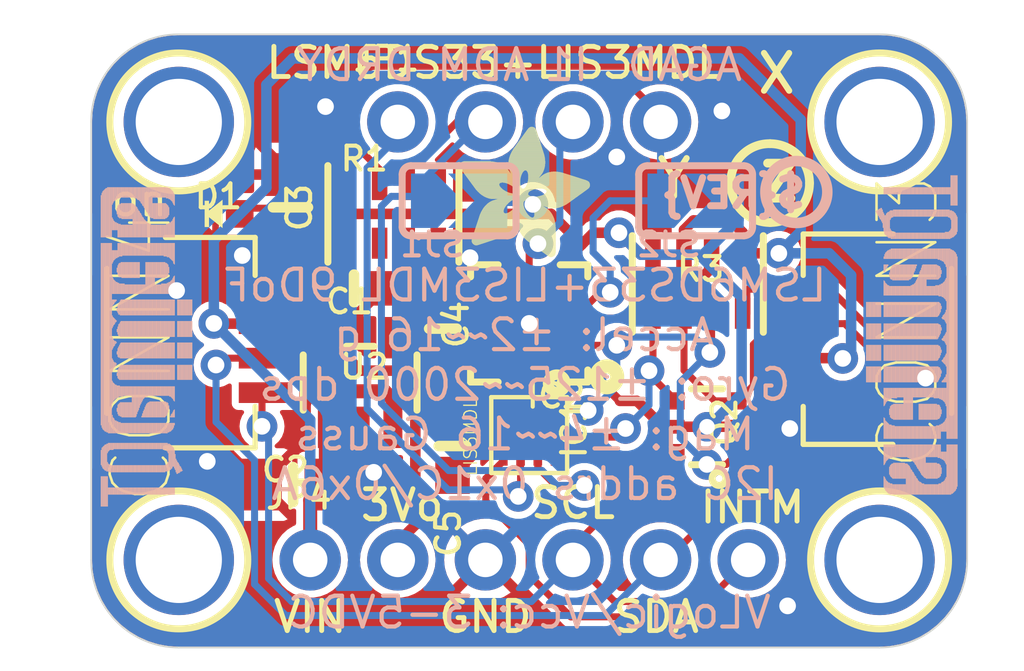
<source format=kicad_pcb>
(kicad_pcb (version 20221018) (generator pcbnew)
  (layers (0 "F.Cu" signal) (31 "B.Cu" signal) (34 "B.Paste" user) (35 "F.Paste" user) (36 "B.SilkS" user "B.Silkscreen") (37 "F.SilkS" user "F.Silkscreen") (38 "B.Mask" user) (39 "F.Mask" user) (44 "Edge.Cuts" user))
  (net 0 "")
  (net 1 "GND")
  (net 2 "3.3V")
  (net 3 "VCC")
  (net 4 "N$1")
  (net 5 "SDA_3V")
  (net 6 "SCL_3V")
  (net 7 "SCL")
  (net 8 "SDA")
  (net 9 "INTM")
  (net 10 "DRDY")
  (net 11 "CAP")
  (net 12 "INT1")
  (net 13 "INT2")
  (net 14 "ADM")
  (net 15 "ADAG")
  (footprint "working:0805-NO" (layer "F.Cu") (at 141.6558 109.1692 180)
    (fp_text reference "C2")
    (fp_text value "10uF")
  )
  (footprint "working:MOUNTINGHOLE_2.5_PLATED" (layer "F.Cu") (at 138.3411 111.3536)
    (fp_text reference "U$19" hide)
    (fp_text value "MOUNTINGHOLE2.5" hide)
  )
  (footprint "working:FIDUCIAL_1MM" (layer "F.Cu") (at 137.4521 105.0036)
    (fp_text reference "FID3" hide)
    (fp_text value "FIDUCIAL_1MM" hide)
  )
  (footprint "working:MOUNTINGHOLE_2.5_PLATED" (layer "F.Cu") (at 138.3411 98.6536)
    (fp_text reference "U$1" hide)
    (fp_text value "MOUNTINGHOLE2.5" hide)
  )
  (footprint "working:0603-NO" (layer "F.Cu") (at 146.2786 108.0516 -90)
    (fp_text reference "C5")
    (fp_text value "1uF")
  )
  (footprint "working:CHIPLED_0603_NOOUTLINE" (layer "F.Cu") (at 139.3571 101.3206 90)
    (fp_text reference "D1")
    (fp_text value "GREEN")
  )
  (footprint "working:RESPACK_4X0603" (layer "F.Cu") (at 144.5641 101.3206)
    (fp_text reference "R1")
    (fp_text value "10K")
  )
  (footprint "working:1X06_ROUND_70" (layer "F.Cu") (at 148.5011 111.3536)
    (fp_text reference "JP4")
    (fp_text value "")
  )
  (footprint "working:1X04_ROUND" (layer "F.Cu") (at 148.5011 98.6536)
    (fp_text reference "JP1")
    (fp_text value "")
  )
  (footprint "working:ADAFRUIT_3.5MM" (layer "F.Cu") (at 146.4691 102.5906)
    (fp_text reference "U$20" hide)
    (fp_text value "" hide)
  )
  (footprint "working:JST_SH4" (layer "F.Cu") (at 158.6611 105.0036 90)
    (fp_text reference "CONN3")
    (fp_text value "STEMMA_I2C_QT" hide)
  )
  (footprint "working:0805-NO" (layer "F.Cu") (at 141.5796 101.1301 90)
    (fp_text reference "C3")
    (fp_text value "10uF")
  )
  (footprint "working:MOUNTINGHOLE_2.5_PLATED" (layer "F.Cu") (at 158.6611 111.3536)
    (fp_text reference "U$21" hide)
    (fp_text value "MOUNTINGHOLE2.5" hide)
  )
  (footprint "working:LGA12_2X2MM" (layer "F.Cu") (at 148.5011 107.7341 -90)
    (fp_text reference "IC1")
    (fp_text value "LIS3MDL")
  )
  (footprint "working:SOT363" (layer "F.Cu") (at 153.6573 107.4928 90)
    (fp_text reference "Q2")
    (fp_text value "BSS138")
  )
  (footprint "working:0603-NO" (layer "F.Cu") (at 143.4211 103.4796)
    (fp_text reference "C1")
    (fp_text value "0.1uF")
  )
  (footprint "working:LGA16_3X3MM" (layer "F.Cu") (at 148.5011 104.4956 180)
    (fp_text reference "IC2")
    (fp_text value "LSM6DS33")
  )
  (footprint "working:RESPACK_4X0603" (layer "F.Cu") (at 153.3906 103.3526 180)
    (fp_text reference "R3")
    (fp_text value "10K")
  )
  (footprint "working:0603-NO" (layer "F.Cu") (at 145.9992 104.648 90)
    (fp_text reference "C4")
    (fp_text value "0.1uF")
  )
  (footprint "working:MOUNTINGHOLE_2.5_PLATED" (layer "F.Cu") (at 158.6611 98.6536)
    (fp_text reference "U$17" hide)
    (fp_text value "MOUNTINGHOLE2.5" hide)
  )
  (footprint "working:SOT23-5" (layer "F.Cu") (at 143.5989 106.2101)
    (fp_text reference "U2")
    (fp_text value "AP2112K-3.3")
  )
  (footprint "working:FIDUCIAL_1MM" (layer "F.Cu") (at 160.0581 104.013)
    (fp_text reference "FID4" hide)
    (fp_text value "FIDUCIAL_1MM" hide)
  )
  (footprint "working:JST_SH4" (layer "F.Cu") (at 138.3411 105.0036 -90)
    (fp_text reference "CONN4")
    (fp_text value "STEMMA_I2C_QT" hide)
  )
  (footprint "working:SOLDERJUMPER_ARROW_NOPASTE" (layer "B.Cu") (at 146.4691 100.9396)
    (fp_text reference "SJ1")
    (fp_text value "")
  )
  (footprint "working:PCBFEAT-REV-040" (layer "B.Cu") (at 156.2481 100.6856 180)
    (fp_text reference "U$25" hide)
    (fp_text value "" hide)
  )
  (footprint "working:STEMMAQT" (layer "B.Cu") (at 138.7221 100.5586 -90)
    (fp_text reference "U$31" hide)
    (fp_text value "" hide)
  )
  (footprint "working:SOLDERJUMPER_ARROW_NOPASTE" (layer "B.Cu") (at 153.3271 100.9396)
    (fp_text reference "SJ2")
    (fp_text value "")
  )
  (footprint "working:STEMMAQT" (layer "B.Cu") (at 158.2801 109.4486 90)
    (fp_text reference "U$30" hide)
    (fp_text value "" hide)
  )
  (gr_arc (start 155.4871 101.5706) (mid 154.678877 101.235823) (end 154.3441 100.4276) (stroke (width 0.254)) (layer "F.SilkS"))
  (gr_arc (start 154.3441 100.4276) (mid 154.673013 99.613513) (end 155.487101 99.284601) (stroke (width 0.254)) (layer "F.SilkS"))
  (gr_arc (start 155.4871 99.2846) (mid 156.295323 99.619377) (end 156.6301 100.4276) (stroke (width 0.254)) (layer "F.SilkS"))
  (gr_arc (start 156.6301 100.4276) (mid 156.295323 101.235823) (end 155.4871 101.5706) (stroke (width 0.254)) (layer "F.SilkS"))
  (gr_arc (start 135.8011 98.6536) (mid 136.545049 96.857549) (end 138.3411 96.1136) (stroke (width 0.05)) (layer "Edge.Cuts"))
  (gr_line (start 158.6611 96.1136) (end 138.3411 96.1136) (stroke (width 0.05)) (layer "Edge.Cuts"))
  (gr_line (start 161.2011 111.3536) (end 161.2011 98.6536) (stroke (width 0.05)) (layer "Edge.Cuts"))
  (gr_line (start 135.8011 98.6536) (end 135.8011 111.3536) (stroke (width 0.05)) (layer "Edge.Cuts"))
  (gr_arc (start 158.6611 96.1136) (mid 160.457151 96.857549) (end 161.2011 98.6536) (stroke (width 0.05)) (layer "Edge.Cuts"))
  (gr_arc (start 138.3411 113.8936) (mid 136.545049 113.149651) (end 135.8011 111.3536) (stroke (width 0.05)) (layer "Edge.Cuts"))
  (gr_arc (start 161.2011 111.3536) (mid 160.457151 113.149651) (end 158.6611 113.8936) (stroke (width 0.05)) (layer "Edge.Cuts"))
  (gr_line (start 138.3411 113.8936) (end 158.6611 113.8936) (stroke (width 0.05)) (layer "Edge.Cuts"))
  (gr_text "LSM6DS33+LIS3MDL 9DoF\nAccel: ±2~~16 g\nGyro: ±125~~2000 dps\nMag: ±4~~16 Gauss\nI2C addrs 0x1C/0x6A" (at 148.3741 106.2736) (layer "B.SilkS") (effects (font (size 0.89408 0.89408) (thickness 0.12192)) (justify mirror)))
  (gr_text "DRDY" (at 143.4846 97.0026) (layer "B.SilkS") (effects (font (size 0.89408 0.89408) (thickness 0.12192)) (justify mirror)))
  (gr_text "VLogic/Vcc: 3-5VDC" (at 148.5011 112.8776) (layer "B.SilkS") (effects (font (size 0.89408 0.89408) (thickness 0.12192)) (justify mirror)))
  (gr_text "AGAD" (at 153.0096 97.0026) (layer "B.SilkS") (effects (font (size 0.89408 0.89408) (thickness 0.12192)) (justify mirror)))
  (gr_text "I1" (at 149.5806 97.0026) (layer "B.SilkS") (effects (font (size 0.89408 0.89408) (thickness 0.12192)) (justify mirror)))
  (gr_text "ADM" (at 147.1676 97.0026) (layer "B.SilkS") (effects (font (size 0.89408 0.89408) (thickness 0.12192)) (justify mirror)))
  (gr_text "LSM6DS33+LIS3MDL" (at 147.4851 96.9391) (layer "F.SilkS") (effects (font (size 0.87376 0.87376) (thickness 0.14224))))
  (gr_text "Y" (at 152.1166 100.9386) (layer "F.SilkS") (effects (font (size 1.0922 1.0922) (thickness 0.1778)) (justify left bottom)))
  (gr_text "SCL" (at 149.7711 109.7026) (layer "F.SilkS") (effects (font (size 0.87376 0.87376) (thickness 0.14224))))
  (gr_text "INTM" (at 154.9781 109.8296) (layer "F.SilkS") (effects (font (size 0.87376 0.87376) (thickness 0.14224))))
  (gr_text "SDA" (at 152.1841 113.0046) (layer "F.SilkS") (effects (font (size 0.87376 0.87376) (thickness 0.14224))))
  (gr_text "3Vo" (at 144.8181 109.7661) (layer "F.SilkS") (effects (font (size 0.87376 0.87376) (thickness 0.14224))))
  (gr_text "on" (at 136.3091 101.4476) (layer "F.SilkS") (effects (font (size 0.89408 0.89408) (thickness 0.12192)) (justify left bottom)))
  (gr_text "X" (at 155.0376 97.8906) (layer "F.SilkS") (effects (font (size 1.0922 1.0922) (thickness 0.1778)) (justify left bottom)))
  (gr_text "VIN" (at 142.1511 113.0046) (layer "F.SilkS") (effects (font (size 0.87376 0.87376) (thickness 0.14224))))
  (gr_text "GND" (at 147.2311 113.0046) (layer "F.SilkS") (effects (font (size 0.87376 0.87376) (thickness 0.14224))))
  (gr_text "Z" (at 155.1011 101.0021) (layer "F.SilkS") (effects (font (size 1.016 1.016) (thickness 0.254)) (justify left bottom)))
  (segment (start 139.1057 100.822) (end 139.239281 100.822) (width 0.3048) (layer "F.Cu") (net 1))
  (segment (start 144.2711 103.4796) (end 145.6808 103.4796) (width 0.3048) (layer "F.Cu") (net 1))
  (segment (start 145.6808 103.4796) (end 145.9992 103.798) (width 0.3048) (layer "F.Cu") (net 1))
  (segment (start 138.6071 101.3206) (end 139.1057 100.822) (width 0.3048) (layer "F.Cu") (net 1))
  (segment (start 148.7705 106.9841) (end 148.7511 106.9841) (width 0.3048) (layer "F.Cu") (net 1))
  (segment (start 149.2511 107.4841) (end 149.2511 107.4772) (width 0.3048) (layer "F.Cu") (net 1))
  (segment (start 148.2511 106.9841) (end 148.5011 106.9841) (width 0.3048) (layer "F.Cu") (net 1))
  (segment (start 146.1968 103.9956) (end 145.9992 103.798) (width 0.3048) (layer "F.Cu") (net 1))
  (segment (start 148.0011 103.9956) (end 148.5011 104.4956) (width 0.3048) (layer "F.Cu") (net 1))
  (segment (start 139.239281 100.822) (end 139.881181 100.1801) (width 0.3048) (layer "F.Cu") (net 1))
  (segment (start 147.1511 103.9956) (end 146.1968 103.9956) (width 0.3048) (layer "F.Cu") (net 1))
  (segment (start 149.2511 107.4772) (end 148.7705 107.4772) (width 0.3048) (layer "F.Cu") (net 1))
  (segment (start 148.5011 106.9841) (end 148.5011 105.8456) (width 0.254) (layer "F.Cu") (net 1))
  (segment (start 139.881181 100.1801) (end 141.5796 100.1801) (width 0.3048) (layer "F.Cu") (net 1))
  (segment (start 147.1511 103.9956) (end 148.0011 103.9956) (width 0.3048) (layer "F.Cu") (net 1))
  (segment (start 148.7705 107.4772) (end 148.7705 106.9841) (width 0.3048) (layer "F.Cu") (net 1))
  (via (at 140.1826 102.5271) (size 0.889) (drill 0.4826) (layers "F.Cu" "B.Cu") (net 1))
  (via (at 142.5956 98.2091) (size 0.889) (drill 0.4826) (layers "F.Cu" "B.Cu") (net 1))
  (via (at 156.0576 107.5436) (size 0.889) (drill 0.4826) (layers "F.Cu" "B.Cu") (net 1))
  (via (at 143.9926 108.8136) (size 0.889) (drill 0.4826) (layers "F.Cu" "B.Cu") (net 1))
  (via (at 155.9941 112.6871) (size 0.889) (drill 0.4826) (layers "F.Cu" "B.Cu") (net 1))
  (via (at 148.5011 104.4956) (size 0.889) (drill 0.4826) (layers "F.Cu" "B.Cu") (net 1))
  (via (at 151.0411 99.6696) (size 0.889) (drill 0.4826) (layers "F.Cu" "B.Cu") (net 1))
  (via (at 159.9946 106.0831) (size 0.889) (drill 0.4826) (layers "F.Cu" "B.Cu") (net 1))
  (via (at 154.0891 98.3361) (size 0.889) (drill 0.4826) (layers "F.Cu" "B.Cu") (net 1))
  (via (at 139.1666 108.4961) (size 0.889) (drill 0.4826) (layers "F.Cu" "B.Cu") (net 1))
  (via (at 146.7866 102.5906) (size 0.889) (drill 0.4826) (layers "F.Cu" "B.Cu") (net 1))
  (via (at 138.2776 103.5431) (size 0.889) (drill 0.4826) (layers "F.Cu" "B.Cu") (net 1))
  (segment (start 153.7906 102.8891) (end 153.7906 102.5026) (width 0.3048) (layer "F.Cu") (net 2))
  (segment (start 152.1206 107.237588) (end 152.1206 107.4928) (width 0.3048) (layer "F.Cu") (net 2))
  (segment (start 152.0906 102.5026) (end 151.7396 102.5026) (width 0.3048) (layer "F.Cu") (net 2))
  (segment (start 141.5796 102.0801) (end 141.4256 102.2341) (width 0.3048) (layer "F.Cu") (net 2))
  (segment (start 152.0906 102.5026) (end 152.0906 103.1321) (width 0.3048) (layer "F.Cu") (net 2))
  (segment (start 146.2786 107.2016) (end 145.3016 107.2016) (width 0.3048) (layer "F.Cu") (net 2))
  (segment (start 143.2641 102.1706) (end 142.7226 102.1706) (width 0.3048) (layer "F.Cu") (net 2))
  (segment (start 148.8821 101.3206) (end 149.1361 101.3206) (width 0.3048) (layer "F.Cu") (net 2))
  (segment (start 143.4211 101.3206) (end 148.8821 101.3206) (width 0.3048) (layer "F.Cu") (net 2))
  (segment (start 145.1991 110.3376) (end 144.6911 110.8456) (width 0.3048) (layer "F.Cu") (net 2))
  (segment (start 153.3271 103.3526) (end 153.7906 102.8891) (width 0.3048) (layer "F.Cu") (net 2))
  (segment (start 152.3111 103.3526) (end 153.3271 103.3526) (width 0.3048) (layer "F.Cu") (net 2))
  (segment (start 151.6881 108.3571) (end 149.8226 108.3571) (width 0.3048) (layer "F.Cu") (net 2))
  (segment (start 148.606262 101.044763) (end 148.8821 101.3206) (width 0.3048) (layer "F.Cu") (net 2))
  (segment (start 150.3671 101.8676) (end 151.1046 101.8676) (width 0.3048) (layer "F.Cu") (net 2))
  (segment (start 142.6489 103.5574) (end 142.5711 103.4796) (width 0.3048) (layer "F.Cu") (net 2))
  (segment (start 147.7511 107.4841) (end 147.7511 107.9841) (width 0.3048) (layer "F.Cu") (net 2))
  (segment (start 149.2511 108.4841) (end 149.6956 108.4841) (width 0.3048) (layer "F.Cu") (net 2))
  (segment (start 144.6276 105.8656) (end 145.1991 106.4371) (width 0.3048) (layer "F.Cu") (net 2))
  (segment (start 149.8511 103.4956) (end 149.8511 102.3836) (width 0.3048) (layer "F.Cu") (net 2))
  (segment (start 149.8226 108.3571) (end 149.6956 108.4841) (width 0.3048) (layer "F.Cu") (net 2))
  (segment (start 152.7573 107.4928) (end 153.6573 107.4928) (width 0.3048) (layer "F.Cu") (net 2))
  (segment (start 145.3016 107.2016) (end 145.1991 107.0991) (width 0.3048) (layer "F.Cu") (net 2))
  (segment (start 143.2641 101.4776) (end 143.4211 101.3206) (width 0.3048) (layer "F.Cu") (net 2))
  (segment (start 145.1991 106.4371) (end 145.1991 107.0991) (width 0.3048) (layer "F.Cu") (net 2))
  (segment (start 149.8666 105.4801) (end 151.13 106.7435) (width 0.254) (layer "F.Cu") (net 2))
  (segment (start 151.13 106.7435) (end 151.626512 106.7435) (width 0.3048) (layer "F.Cu") (net 2))
  (segment (start 146.5611 107.4841) (end 146.2786 107.2016) (width 0.3048) (layer "F.Cu") (net 2))
  (segment (start 143.2641 102.1706) (end 143.2641 101.4776) (width 0.3048) (layer "F.Cu") (net 2))
  (segment (start 149.5011 105.8456) (end 149.8511 105.4956) (width 0.254) (layer "F.Cu") (net 2))
  (segment (start 144.6911 110.8456) (end 144.6911 111.3536) (width 0.3048) (layer "F.Cu") (net 2))
  (segment (start 152.0906 103.1321) (end 152.3111 103.3526) (width 0.3048) (layer "F.Cu") (net 2))
  (segment (start 143.6045 105.8656) (end 144.6276 105.8656) (width 0.3048) (layer "F.Cu") (net 2))
  (segment (start 145.1991 107.0991) (end 145.1991 110.3376) (width 0.3048) (layer "F.Cu") (net 2))
  (segment (start 142.6489 104.91) (end 142.6489 103.5574) (width 0.3048) (layer "F.Cu") (net 2))
  (segment (start 152.7573 107.4928) (end 152.1206 107.4928) (width 0.3048) (layer "F.Cu") (net 2))
  (segment (start 142.7226 102.1706) (end 142.7226 102.2341) (width 0.3048) (layer "F.Cu") (net 2))
  (segment (start 142.7226 102.2341) (end 142.7226 103.3281) (width 0.3048) (layer "F.Cu") (net 2))
  (segment (start 151.6881 108.3571) (end 152.1206 107.9246) (width 0.3048) (layer "F.Cu") (net 2))
  (segment (start 152.1206 107.9246) (end 152.1206 107.4928) (width 0.3048) (layer "F.Cu") (net 2))
  (segment (start 150.0251 102.2096) (end 150.3671 101.8676) (width 0.3048) (layer "F.Cu") (net 2))
  (segment (start 149.1361 101.3206) (end 150.0251 102.2096) (width 0.3048) (layer "F.Cu") (net 2))
  (segment (start 151.1046 101.8676) (end 151.7396 102.5026) (width 0.3048) (layer "F.Cu") (net 2))
  (segment (start 149.0011 105.8456) (end 149.5011 105.8456) (width 0.254) (layer "F.Cu") (net 2))
  (segment (start 142.7226 103.3281) (end 142.5711 103.4796) (width 0.3048) (layer "F.Cu") (net 2))
  (segment (start 142.6489 104.91) (end 143.6045 105.8656) (width 0.3048) (layer "F.Cu") (net 2))
  (segment (start 147.7511 107.4841) (end 146.5611 107.4841) (width 0.3048) (layer "F.Cu") (net 2))
  (segment (start 149.8511 105.4956) (end 149.8666 105.4801) (width 0.3048) (layer "F.Cu") (net 2))
  (segment (start 153.6573 107.4928) (end 154.5573 107.4928) (width 0.3048) (layer "F.Cu") (net 2))
  (segment (start 149.8511 102.3836) (end 150.0251 102.2096) (width 0.3048) (layer "F.Cu") (net 2))
  (segment (start 151.626512 106.7435) (end 152.1206 107.237588) (width 0.3048) (layer "F.Cu") (net 2))
  (segment (start 142.7226 102.2341) (end 141.4256 102.2341) (width 0.3048) (layer "F.Cu") (net 2))
  (via (at 148.606262 101.044763) (size 0.889) (drill 0.4826) (layers "F.Cu" "B.Cu") (net 2))
  (via (at 153.6573 107.4928) (size 0.8564) (drill 0.45) (layers "F.Cu" "B.Cu") (net 2))
  (via (at 151.1046 101.8676) (size 0.889) (drill 0.4826) (layers "F.Cu" "B.Cu") (net 2))
  (segment (start 148.5011 100.9396) (end 148.606262 101.044763) (width 0.3048) (layer "B.Cu") (net 2))
  (segment (start 154.6606 106.5403) (end 153.7081 107.4928) (width 0.3048) (layer "B.Cu") (net 2))
  (segment (start 147.4851 100.9396) (end 148.5011 100.9396) (width 0.3048) (layer "B.Cu") (net 2))
  (segment (start 153.48585 102.55885) (end 154.6606 103.7336) (width 0.3048) (layer "B.Cu") (net 2))
  (segment (start 154.6606 103.7336) (end 154.6606 106.5403) (width 0.3048) (layer "B.Cu") (net 2))
  (segment (start 151.1046 101.8676) (end 151.7396 102.5026) (width 0.3048) (layer "B.Cu") (net 2))
  (segment (start 153.4296 102.5026) (end 153.48585 102.55885) (width 0.3048) (layer "B.Cu") (net 2))
  (segment (start 153.4296 102.5026) (end 151.7396 102.5026) (width 0.3048) (layer "B.Cu") (net 2))
  (segment (start 153.7081 107.4928) (end 153.6573 107.4928) (width 0.3048) (layer "B.Cu") (net 2))
  (segment (start 154.3431 101.7016) (end 153.48585 102.55885) (width 0.3048) (layer "B.Cu") (net 2))
  (segment (start 154.3431 100.9396) (end 154.3431 101.7016) (width 0.3048) (layer "B.Cu") (net 2))
  (segment (start 154.3431 101.5111) (end 154.6906 101.8586) (width 0.3048) (layer "F.Cu") (net 3))
  (segment (start 154.6906 102.5026) (end 154.7296 102.4636) (width 0.3048) (layer "F.Cu") (net 3))
  (segment (start 142.6489 106.6648) (end 142.6489 107.5102) (width 0.4064) (layer "F.Cu") (net 3))
  (segment (start 142.6058 109.1692) (end 142.6058 107.5533) (width 0.4064) (layer "F.Cu") (net 3))
  (segment (start 144.5489 107.5102) (end 144.5489 106.7029) (width 0.4064) (layer "F.Cu") (net 3))
  (segment (start 142.1511 111.3536) (end 142.1511 109.6239) (width 0.4064) (layer "F.Cu") (net 3))
  (segment (start 153.2636 101.5111) (end 152.9906 101.784104) (width 0.3048) (layer "F.Cu") (net 3))
  (segment (start 142.1511 109.6239) (end 142.6058 109.1692) (width 0.4064) (layer "F.Cu") (net 3))
  (segment (start 154.7296 102.4636) (end 155.7401 102.4636) (width 0.3048) (layer "F.Cu") (net 3))
  (segment (start 139.3651 104.5036) (end 139.3571 104.4956) (width 0.3048) (layer "F.Cu") (net 3))
  (segment (start 144.5489 106.7029) (end 144.3101 106.4641) (width 0.4064) (layer "F.Cu") (net 3))
  (segment (start 140.8551 104.5036) (end 139.3651 104.5036) (width 0.3048) (layer "F.Cu") (net 3))
  (segment (start 152.9906 101.784104) (end 152.9906 102.5026) (width 0.3048) (layer "F.Cu") (net 3))
  (segment (start 156.1471 105.5036) (end 157.5863 105.5036) (width 0.3048) (layer "F.Cu") (net 3))
  (segment (start 144.3101 106.4641) (end 142.8496 106.4641) (width 0.4064) (layer "F.Cu") (net 3))
  (segment (start 142.6058 107.5533) (end 142.6489 107.5102) (width 0.4064) (layer "F.Cu") (net 3))
  (segment (start 142.8496 106.4641) (end 142.6489 106.6648) (width 0.4064) (layer "F.Cu") (net 3))
  (segment (start 153.2636 101.5111) (end 154.3431 101.5111) (width 0.3048) (layer "F.Cu") (net 3))
  (segment (start 154.6906 101.8586) (end 154.6906 102.5026) (width 0.3048) (layer "F.Cu") (net 3))
  (segment (start 157.5863 105.5036) (end 157.5943 105.5116) (width 0.3048) (layer "F.Cu") (net 3))
  (via (at 157.5943 105.5116) (size 0.889) (drill 0.4826) (layers "F.Cu" "B.Cu") (net 3))
  (via (at 155.7401 102.4636) (size 0.889) (drill 0.4826) (layers "F.Cu" "B.Cu") (net 3))
  (via (at 139.3571 104.4956) (size 0.889) (drill 0.4826) (layers "F.Cu" "B.Cu") (net 3))
  (segment (start 141.6431 96.8121) (end 154.5971 96.8121) (width 0.3048) (layer "B.Cu") (net 3))
  (segment (start 157.5943 105.5116) (end 157.8356 105.5116) (width 0.3048) (layer "B.Cu") (net 3))
  (segment (start 142.1511 107.2896) (end 142.1511 111.3536) (width 0.3048) (layer "B.Cu") (net 3))
  (segment (start 154.5971 96.8121) (end 156.3751 98.5901) (width 0.3048) (layer "B.Cu") (net 3))
  (segment (start 140.8811 97.5741) (end 141.6431 96.8121) (width 0.3048) (layer "B.Cu") (net 3))
  (segment (start 140.8811 100.5586) (end 140.8811 97.5741) (width 0.3048) (layer "B.Cu") (net 3))
  (segment (start 156.3751 98.5901) (end 156.3751 101.8286) (width 0.3048) (layer "B.Cu") (net 3))
  (segment (start 157.8356 105.5116) (end 157.8356 103.0986) (width 0.3048) (layer "B.Cu") (net 3))
  (segment (start 156.3751 101.8286) (end 155.7401 102.4636) (width 0.3048) (layer "B.Cu") (net 3))
  (segment (start 139.3571 104.4956) (end 139.3571 102.0826) (width 0.3048) (layer "B.Cu") (net 3))
  (segment (start 157.2006 102.4636) (end 157.8356 103.0986) (width 0.3048) (layer "B.Cu") (net 3))
  (segment (start 155.7401 102.4636) (end 157.2006 102.4636) (width 0.3048) (layer "B.Cu") (net 3))
  (segment (start 140.8811 100.5586) (end 139.3571 102.0826) (width 0.3048) (layer "B.Cu") (net 3))
  (segment (start 139.3571 104.4956) (end 142.1511 107.2896) (width 0.3048) (layer "B.Cu") (net 3))
  (segment (start 142.5794 101.1553) (end 143.2641 100.4706) (width 0.2032) (layer "F.Cu") (net 4))
  (segment (start 140.1071 101.3206) (end 140.2724 101.1553) (width 0.2032) (layer "F.Cu") (net 4))
  (segment (start 140.2724 101.1553) (end 142.5794 101.1553) (width 0.2032) (layer "F.Cu") (net 4))
  (segment (start 150.3426 104.4956) (end 150.495 104.3432) (width 0.2032) (layer "F.Cu") (net 5))
  (segment (start 152.0525 104.3432) (end 152.0906 104.3051) (width 0.2032) (layer "F.Cu") (net 5))
  (segment (start 152.0906 104.3051) (end 152.0906 104.2026) (width 0.2032) (layer "F.Cu") (net 5))
  (segment (start 152.0906 105.752707) (end 152.0906 104.3051) (width 0.2032) (layer "F.Cu") (net 5))
  (segment (start 152.7573 106.7428) (end 151.976106 105.961607) (width 0.2032) (layer "F.Cu") (net 5))
  (segment (start 151.976106 105.8672) (end 152.0906 105.752707) (width 0.2032) (layer "F.Cu") (net 5))
  (segment (start 150.495 104.3432) (end 152.0525 104.3432) (width 0.2032) (layer "F.Cu") (net 5))
  (segment (start 151.2951 107.5436) (end 151.0451 107.7936) (width 0.2032) (layer "F.Cu") (net 5))
  (segment (start 149.6956 107.7936) (end 149.5051 107.9841) (width 0.2032) (layer "F.Cu") (net 5))
  (segment (start 151.0451 107.7936) (end 149.6956 107.7936) (width 0.2032) (layer "F.Cu") (net 5))
  (segment (start 149.8511 104.4956) (end 150.3426 104.4956) (width 0.2032) (layer "F.Cu") (net 5))
  (segment (start 151.976106 105.8672) (end 151.976106 105.961607) (width 0.2032) (layer "F.Cu") (net 5))
  (segment (start 149.5051 107.9841) (end 149.2511 107.9841) (width 0.2032) (layer "F.Cu") (net 5))
  (via (at 151.2951 107.5436) (size 0.889) (drill 0.4826) (layers "F.Cu" "B.Cu") (net 5))
  (via (at 151.976106 105.8672) (size 0.889) (drill 0.4826) (layers "F.Cu" "B.Cu") (net 5))
  (segment (start 151.976106 106.862594) (end 151.976106 105.8672) (width 0.2032) (layer "B.Cu") (net 5))
  (segment (start 151.2951 107.5436) (end 151.976106 106.862594) (width 0.2032) (layer "B.Cu") (net 5))
  (segment (start 150.29215 105.1306) (end 150.18445 105.0229) (width 0.2032) (layer "F.Cu") (net 6))
  (segment (start 153.7906 105.2864) (end 153.7399 105.3371) (width 0.2032) (layer "F.Cu") (net 6))
  (segment (start 154.2151 108.585) (end 153.655 108.585) (width 0.2032) (layer "F.Cu") (net 6))
  (segment (start 149.8784 105.0229) (end 149.8511 104.9956) (width 0.2032) (layer "F.Cu") (net 6))
  (segment (start 149.2511 106.9841) (end 150.175587 106.9841) (width 0.2032) (layer "F.Cu") (net 6))
  (segment (start 150.18445 105.0229) (end 149.8784 105.0229) (width 0.2032) (layer "F.Cu") (net 6))
  (segment (start 150.175587 106.9841) (end 150.21104 107.019554) (width 0.2032) (layer "F.Cu") (net 6))
  (segment (start 151.0411 105.1306) (end 150.29215 105.1306) (width 0.2032) (layer "F.Cu") (net 6))
  (segment (start 153.7906 104.2026) (end 153.7906 105.2864) (width 0.2032) (layer "F.Cu") (net 6))
  (segment (start 154.5573 108.2428) (end 154.2151 108.585) (width 0.2032) (layer "F.Cu") (net 6))
  (via (at 151.0411 105.1306) (size 0.889) (drill 0.4826) (layers "F.Cu" "B.Cu") (net 6))
  (via (at 150.21104 107.019554) (size 0.889) (drill 0.4826) (layers "F.Cu" "B.Cu") (net 6))
  (via (at 153.655 108.585) (size 0.889) (drill 0.4826) (layers "F.Cu" "B.Cu") (net 6))
  (via (at 153.7399 105.3371) (size 0.889) (drill 0.4826) (layers "F.Cu" "B.Cu") (net 6))
  (segment (start 152.8826 106.1944) (end 153.7399 105.3371) (width 0.2032) (layer "B.Cu") (net 6))
  (segment (start 151.2791 104.8926) (end 151.0411 105.1306) (width 0.2032) (layer "B.Cu") (net 6))
  (segment (start 150.21104 107.019554) (end 150.33804 107.019554) (width 0.2032) (layer "B.Cu") (net 6))
  (segment (start 153.2954 104.8926) (end 151.2791 104.8926) (width 0.2032) (layer "B.Cu") (net 6))
  (segment (start 153.655 108.585) (end 152.8826 107.8126) (width 0.2032) (layer "B.Cu") (net 6))
  (segment (start 151.0411 106.316494) (end 151.0411 105.1306) (width 0.2032) (layer "B.Cu") (net 6))
  (segment (start 152.8826 107.8126) (end 152.8826 106.1944) (width 0.2032) (layer "B.Cu") (net 6))
  (segment (start 153.7399 105.3371) (end 153.2954 104.8926) (width 0.2032) (layer "B.Cu") (net 6))
  (segment (start 151.0411 106.316494) (end 150.33804 107.019554) (width 0.2032) (layer "B.Cu") (net 6))
  (segment (start 149.7711 111.3536) (end 149.7711 110.9726) (width 0.2032) (layer "F.Cu") (net 7))
  (segment (start 150.9776 112.5601) (end 149.7711 111.3536) (width 0.2032) (layer "F.Cu") (net 7))
  (segment (start 156.1471 103.5036) (end 157.227837 103.5036) (width 0.2032) (layer "F.Cu") (net 7))
  (segment (start 154.8136 103.5036) (end 154.8136 104.2026) (width 0.2032) (layer "F.Cu") (net 7))
  (segment (start 156.035437 110.109) (end 154.35225 110.109) (width 0.2032) (layer "F.Cu") (net 7))
  (segment (start 152.7573 108.2428) (end 152.5009 108.2428) (width 0.2032) (layer "F.Cu") (net 7))
  (segment (start 152.5009 108.2428) (end 149.7711 110.9726) (width 0.2032) (layer "F.Cu") (net 7))
  (segment (start 157.227837 103.5036) (end 158.75 105.025763) (width 0.2032) (layer "F.Cu") (net 7))
  (segment (start 153.5811 110.88015) (end 153.5811 111.82705) (width 0.2032) (layer "F.Cu") (net 7))
  (segment (start 154.6906 104.2026) (end 154.8136 104.2026) (width 0.2032) (layer "F.Cu") (net 7))
  (segment (start 158.75 107.394438) (end 156.035437 110.109) (width 0.2032) (layer "F.Cu") (net 7))
  (segment (start 158.75 105.025763) (end 158.75 107.394438) (width 0.2032) (layer "F.Cu") (net 7))
  (segment (start 153.5811 111.82705) (end 152.84805 112.5601) (width 0.2032) (layer "F.Cu") (net 7))
  (segment (start 152.84805 112.5601) (end 150.9776 112.5601) (width 0.2032) (layer "F.Cu") (net 7))
  (segment (start 140.7541 106.6046) (end 140.7541 107.4801) (width 0.2032) (layer "F.Cu") (net 7))
  (segment (start 154.8136 103.5036) (end 156.1471 103.5036) (width 0.2032) (layer "F.Cu") (net 7))
  (segment (start 140.8551 106.5036) (end 140.7541 106.6046) (width 0.2032) (layer "F.Cu") (net 7))
  (segment (start 154.35225 110.109) (end 153.5811 110.88015) (width 0.2032) (layer "F.Cu") (net 7))
  (via (at 140.7541 107.4801) (size 0.889) (drill 0.4826) (layers "F.Cu" "B.Cu") (net 7))
  (segment (start 141.61415 112.5601) (end 148.5646 112.5601) (width 0.2032) (layer "B.Cu") (net 7))
  (segment (start 140.7541 107.4801) (end 140.9446 107.6706) (width 0.2032) (layer "B.Cu") (net 7))
  (segment (start 140.9446 111.89055) (end 141.61415 112.5601) (width 0.2032) (layer "B.Cu") (net 7))
  (segment (start 148.5646 112.5601) (end 149.7711 111.3536) (width 0.2032) (layer "B.Cu") (net 7))
  (segment (start 140.9446 107.6706) (end 140.9446 111.89055) (width 0.2032) (layer "B.Cu") (net 7))
  (segment (start 157.6531 104.5036) (end 156.1471 104.5036) (width 0.2032) (layer "F.Cu") (net 8))
  (segment (start 152.3111 111.3536) (end 152.5016 111.3536) (width 0.2032) (layer "F.Cu") (net 8))
  (segment (start 152.9906 104.2026) (end 152.9906 105.85455) (width 0.2032) (layer "F.Cu") (net 8))
  (segment (start 155.0018 106.2983) (end 154.5573 106.7428) (width 0.2032) (layer "F.Cu") (net 8))
  (segment (start 156.1471 104.5036) (end 155.6051 104.5036) (width 0.2032) (layer "F.Cu") (net 8))
  (segment (start 155.0018 105.1069) (end 155.0018 106.2983) (width 0.2032) (layer "F.Cu") (net 8))
  (segment (start 152.9906 105.85455) (end 153.87885 106.7428) (width 0.2032) (layer "F.Cu") (net 8))
  (segment (start 140.8551 105.5036) (end 139.6191 105.5036) (width 0.2032) (layer "F.Cu") (net 8))
  (segment (start 154.1526 109.7026) (end 155.8671 109.7026) (width 0.2032) (layer "F.Cu") (net 8))
  (segment (start 155.8671 109.7026) (end 158.3436 107.2261) (width 0.2032) (layer "F.Cu") (net 8))
  (segment (start 154.1526 109.7026) (end 152.5016 111.3536) (width 0.2032) (layer "F.Cu") (net 8))
  (segment (start 158.3436 105.1941) (end 157.6531 104.5036) (width 0.2032) (layer "F.Cu") (net 8))
  (segment (start 158.3436 107.2261) (end 158.3436 105.1941) (width 0.2032) (layer "F.Cu") (net 8))
  (segment (start 153.87885 106.7428) (end 154.5573 106.7428) (width 0.2032) (layer "F.Cu") (net 8))
  (segment (start 139.6191 105.5036) (end 139.4206 105.7021) (width 0.2032) (layer "F.Cu") (net 8))
  (segment (start 155.6051 104.5036) (end 155.0018 105.1069) (width 0.2032) (layer "F.Cu") (net 8))
  (via (at 139.4206 105.7021) (size 0.889) (drill 0.4826) (layers "F.Cu" "B.Cu") (net 8))
  (segment (start 150.6982 112.9665) (end 152.3111 111.3536) (width 0.2032) (layer "B.Cu") (net 8))
  (segment (start 140.5382 108.4707) (end 140.5382 112.058888) (width 0.2032) (layer "B.Cu") (net 8))
  (segment (start 140.5382 112.058888) (end 141.445812 112.9665) (width 0.2032) (layer "B.Cu") (net 8))
  (segment (start 139.4206 105.7021) (end 139.4206 107.3531) (width 0.2032) (layer "B.Cu") (net 8))
  (segment (start 141.445812 112.9665) (end 150.6982 112.9665) (width 0.2032) (layer "B.Cu") (net 8))
  (segment (start 139.4206 107.3531) (end 140.5382 108.4707) (width 0.2032) (layer "B.Cu") (net 8))
  (segment (start 153.2001 113.0046) (end 154.8511 111.3536) (width 0.2032) (layer "F.Cu") (net 9))
  (segment (start 148.5011 110.9091) (end 148.5011 111.7981) (width 0.2032) (layer "F.Cu") (net 9))
  (segment (start 148.5011 111.7981) (end 149.7076 113.0046) (width 0.2032) (layer "F.Cu") (net 9))
  (segment (start 147.2431 109.6511) (end 148.5011 110.9091) (width 0.2032) (layer "F.Cu") (net 9))
  (segment (start 149.7076 113.0046) (end 153.2001 113.0046) (width 0.2032) (layer "F.Cu") (net 9))
  (segment (start 147.2431 108.9921) (end 147.2431 109.6511) (width 0.2032) (layer "F.Cu") (net 9))
  (segment (start 147.7511 108.4841) (end 147.2431 108.9921) (width 0.2032) (layer "F.Cu") (net 9))
  (segment (start 148.2511 108.4841) (end 148.2511 109.4439) (width 0.2032) (layer "F.Cu") (net 10))
  (segment (start 148.1829 109.5121) (end 148.2511 109.4439) (width 0.2032) (layer "F.Cu") (net 10))
  (via (at 148.1829 109.5121) (size 0.889) (drill 0.4826) (layers "F.Cu" "B.Cu") (net 10))
  (segment (start 143.8021 106.9721) (end 143.8021 99.9871) (width 0.2032) (layer "B.Cu") (net 10))
  (segment (start 144.6911 99.0981) (end 143.8021 99.9871) (width 0.2032) (layer "B.Cu") (net 10))
  (segment (start 148.1829 109.5121) (end 147.9924 109.3216) (width 0.2032) (layer "B.Cu") (net 10))
  (segment (start 147.9924 109.3216) (end 146.1516 109.3216) (width 0.2032) (layer "B.Cu") (net 10))
  (segment (start 146.1516 109.3216) (end 143.8021 106.9721) (width 0.2032) (layer "B.Cu") (net 10))
  (segment (start 144.6911 99.0981) (end 144.6911 98.6536) (width 0.2032) (layer "B.Cu") (net 10))
  (segment (start 145.9992 105.498) (end 146.7748 106.2736) (width 0.2032) (layer "F.Cu") (net 11))
  (segment (start 146.7748 106.2736) (end 147.0406 106.2736) (width 0.2032) (layer "F.Cu") (net 11))
  (segment (start 147.0406 106.2736) (end 147.7511 106.9841) (width 0.2032) (layer "F.Cu") (net 11))
  (segment (start 148.5011 103.1456) (end 148.5011 102.4382) (width 0.2032) (layer "F.Cu") (net 12))
  (segment (start 148.5011 102.4382) (end 148.7551 102.1842) (width 0.2032) (layer "F.Cu") (net 12))
  (via (at 148.7551 102.1842) (size 0.889) (drill 0.4826) (layers "F.Cu" "B.Cu") (net 12))
  (segment (start 148.7551 102.1842) (end 148.7805 102.1842) (width 0.2032) (layer "B.Cu") (net 12))
  (segment (start 149.3901 99.0346) (end 149.3901 101.5746) (width 0.2032) (layer "B.Cu") (net 12))
  (segment (start 149.3901 101.5746) (end 148.7805 102.1842) (width 0.2032) (layer "B.Cu") (net 12))
  (segment (start 149.3901 99.0346) (end 149.7711 98.6536) (width 0.2032) (layer "B.Cu") (net 12))
  (segment (start 144.9641 100.4706) (end 144.9641 100.0951) (width 0.2032) (layer "F.Cu") (net 14))
  (segment (start 149.26805 109.1946) (end 148.7511 108.67765) (width 0.2032) (layer "F.Cu") (net 14))
  (segment (start 149.26805 109.1946) (end 150.1006 109.1946) (width 0.2032) (layer "F.Cu") (net 14))
  (segment (start 146.4056 98.6536) (end 147.2311 98.6536) (width 0.2032) (layer "F.Cu") (net 14))
  (segment (start 144.9641 100.0951) (end 146.4056 98.6536) (width 0.2032) (layer "F.Cu") (net 14))
  (segment (start 148.7511 108.4841) (end 148.7511 108.67765) (width 0.2032) (layer "F.Cu") (net 14))
  (via (at 150.1006 109.1946) (size 0.889) (drill 0.4826) (layers "F.Cu" "B.Cu") (net 14))
  (segment (start 149.306075 109.1946) (end 148.874275 108.7628) (width 0.2032) (layer "B.Cu") (net 14))
  (segment (start 145.4531 100.8126) (end 145.4531 100.3046) (width 0.2032) (layer "B.Cu") (net 14))
  (segment (start 145.4531 100.3046) (end 147.1041 98.6536) (width 0.2032) (layer "B.Cu") (net 14))
  (segment (start 147.1041 98.6536) (end 147.2311 98.6536) (width 0.2032) (layer "B.Cu") (net 14))
  (segment (start 148.874275 108.7628) (end 146.167537 108.7628) (width 0.2032) (layer "B.Cu") (net 14))
  (segment (start 144.216468 106.811732) (end 144.216468 101.096732) (width 0.2032) (layer "B.Cu") (net 14))
  (segment (start 150.1006 109.1946) (end 149.306075 109.1946) (width 0.2032) (layer "B.Cu") (net 14))
  (segment (start 145.4531 100.9396) (end 145.4531 100.8126) (width 0.2032) (layer "B.Cu") (net 14))
  (segment (start 144.216468 101.096732) (end 144.5006 100.8126) (width 0.2032) (layer "B.Cu") (net 14))
  (segment (start 146.167537 108.7628) (end 144.216468 106.811732) (width 0.2032) (layer "B.Cu") (net 14))
  (segment (start 144.5006 100.8126) (end 145.4531 100.8126) (width 0.2032) (layer "B.Cu") (net 14))
  (segment (start 144.1641 100.4706) (end 144.1641 100.0316) (width 0.2032) (layer "F.Cu") (net 15))
  (segment (start 149.8939 103.9528) (end 150.19995 103.9528) (width 0.2032) (layer "F.Cu") (net 15))
  (segment (start 143.4846 99.3521) (end 143.4846 98.0186) (width 0.2032) (layer "F.Cu") (net 15))
  (segment (start 150.55885 103.5939) (end 150.8506 103.5939) (width 0.2032) (layer "F.Cu") (net 15))
  (segment (start 144.1641 100.0316) (end 143.4846 99.3521) (width 0.2032) (layer "F.Cu") (net 15))
  (segment (start 143.4846 98.0186) (end 144.0561 97.4471) (width 0.2032) (layer "F.Cu") (net 15))
  (segment (start 144.0561 97.4471) (end 151.2951 97.4471) (width 0.2032) (layer "F.Cu") (net 15))
  (segment (start 151.2951 97.4471) (end 152.3111 98.4631) (width 0.2032) (layer "F.Cu") (net 15))
  (segment (start 149.8511 103.9956) (end 149.8939 103.9528) (width 0.2032) (layer "F.Cu") (net 15))
  (segment (start 150.19995 103.9528) (end 150.55885 103.5939) (width 0.2032) (layer "F.Cu") (net 15))
  (segment (start 152.3111 98.4631) (end 152.3111 98.6536) (width 0.2032) (layer "F.Cu") (net 15))
  (via (at 150.8506 103.5939) (size 0.889) (drill 0.4826) (layers "F.Cu" "B.Cu") (net 15))
  (segment (start 150.8506 103.5939) (end 150.8506 102.927275) (width 0.2032) (layer "B.Cu") (net 15))
  (segment (start 152.9461 100.9396) (end 152.3111 100.9396) (width 0.2032) (layer "B.Cu") (net 15))
  (segment (start 150.3553 101.4349) (end 150.8506 100.9396) (width 0.2032) (layer "B.Cu") (net 15))
  (segment (start 150.8506 100.9396) (end 152.3111 100.9396) (width 0.2032) (layer "B.Cu") (net 15))
  (segment (start 150.3553 102.431975) (end 150.3553 101.4349) (width 0.2032) (layer "B.Cu") (net 15))
  (segment (start 152.3111 98.6536) (end 152.3111 100.9396) (width 0.2032) (layer "B.Cu") (net 15))
  (segment (start 150.8506 102.927275) (end 150.3553 102.431975) (width 0.2032) (layer "B.Cu") (net 15))
  (zone (net 1) (net_name "GND") (layer "F.Cu") (priority 6) (connect_pads (clearance 0.000001)) (min_thickness 0.127) (fill yes (thermal_gap 0.304) (thermal_bridge_width 0.304))
    (polygon (pts (xy 161.3281 114.0206) (xy 135.6741 114.0206) (xy 135.6741 95.9866) (xy 161.3281 95.9866)))
  )
  (zone (net 1) (net_name "GND") (layer "B.Cu") (priority 6) (connect_pads (clearance 0.000001)) (min_thickness 0.127) (fill yes (thermal_gap 0.304) (thermal_bridge_width 0.304))
    (polygon (pts (xy 161.3281 114.0206) (xy 135.6741 114.0206) (xy 135.6741 95.9866) (xy 161.3281 95.9866)))
  )
)
</source>
